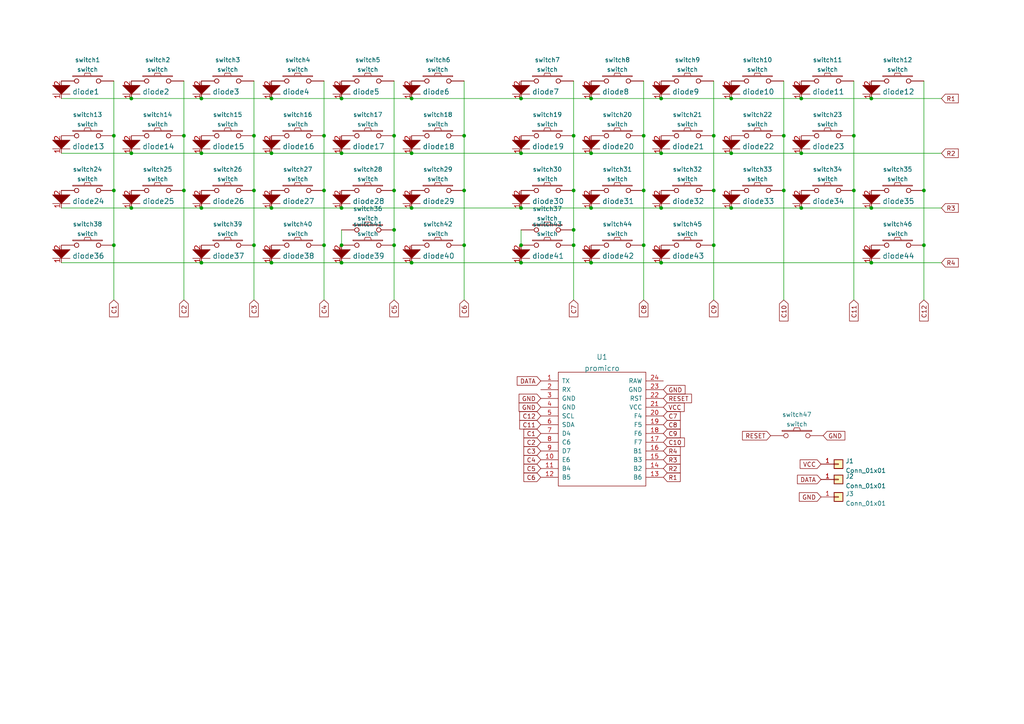
<source format=kicad_sch>
(kicad_sch (version 20211123) (generator eeschema)
  (paper "A4")
  (lib_symbols
    (symbol "Connector_Generic:Conn_01x01" (pin_names (offset 1.016) hide)
      (property "Reference" "J" (at 0 2.54 0))
      (property "Value" "Conn_01x01" (at 0 -2.54 0))
      (symbol "Conn_01x01_1_1"
        (rectangle (start -1.27 0.127) (end 0 -0.127) (stroke (width 0.1524)))
        (rectangle (start -1.27 1.27) (end 1.27 -1.27) (stroke (width 0.254)) (fill (type background)))
        (pin passive line (at -5.08 0 0) (length 3.81) (name "Pin_1") (number "1"))
      )
    )
    (symbol "rick-kicad-lib:diode" (pin_names (offset 1.016))
      (property "Reference" "diode" (at -3.81 -1.27 90))
      (symbol "diode_0_1"
        (polyline (pts (xy -2.54 0) (xy 2.54 0)))
        (polyline (pts (xy 0 0) (xy -2.54 -2.54) (xy 2.54 -2.54) (xy 0 0)) (fill (type outline)))
      )
      (symbol "diode_1_1"
        (pin passive line (at 0 1.27 270) (length 1.27) (name "~") (number "1"))
        (pin passive line (at 0 -3.81 90) (length 1.27) (name "~") (number "2"))
      )
    )
    (symbol "rick-kicad-lib:promicro" (pin_names (offset 1.016))
      (property "Reference" "U" (at 0 24.13 0))
      (property "Value" "promicro" (at 0 -13.97 0))
      (symbol "promicro_0_1"
        (rectangle (start -12.7 21.59) (end 12.7 -11.43))
      )
      (symbol "promicro_1_1"
        (pin bidirectional line (at -17.78 19.05 0) (length 5.08) (name "TX") (number "1"))
        (pin bidirectional line (at -17.78 -3.81 0) (length 5.08) (name "E6") (number "10"))
        (pin bidirectional line (at -17.78 -6.35 0) (length 5.08) (name "B4") (number "11"))
        (pin bidirectional line (at -17.78 -8.89 0) (length 5.08) (name "B5") (number "12"))
        (pin bidirectional line (at 17.78 -8.89 180) (length 5.08) (name "B6") (number "13"))
        (pin bidirectional line (at 17.78 -6.35 180) (length 5.08) (name "B2") (number "14"))
        (pin bidirectional line (at 17.78 -3.81 180) (length 5.08) (name "B3") (number "15"))
        (pin bidirectional line (at 17.78 -1.27 180) (length 5.08) (name "B1") (number "16"))
        (pin bidirectional line (at 17.78 1.27 180) (length 5.08) (name "F7") (number "17"))
        (pin bidirectional line (at 17.78 3.81 180) (length 5.08) (name "F6") (number "18"))
        (pin bidirectional line (at 17.78 6.35 180) (length 5.08) (name "F5") (number "19"))
        (pin bidirectional line (at -17.78 16.51 0) (length 5.08) (name "RX") (number "2"))
        (pin bidirectional line (at 17.78 8.89 180) (length 5.08) (name "F4") (number "20"))
        (pin power_in line (at 17.78 11.43 180) (length 5.08) (name "VCC") (number "21"))
        (pin input line (at 17.78 13.97 180) (length 5.08) (name "RST") (number "22"))
        (pin power_in line (at 17.78 16.51 180) (length 5.08) (name "GND") (number "23"))
        (pin power_out line (at 17.78 19.05 180) (length 5.08) (name "RAW") (number "24"))
        (pin power_in line (at -17.78 13.97 0) (length 5.08) (name "GND") (number "3"))
        (pin power_in line (at -17.78 11.43 0) (length 5.08) (name "GND") (number "4"))
        (pin bidirectional line (at -17.78 8.89 0) (length 5.08) (name "SCL") (number "5"))
        (pin bidirectional line (at -17.78 6.35 0) (length 5.08) (name "SDA") (number "6"))
        (pin bidirectional line (at -17.78 3.81 0) (length 5.08) (name "D4") (number "7"))
        (pin bidirectional line (at -17.78 1.27 0) (length 5.08) (name "C6") (number "8"))
        (pin bidirectional line (at -17.78 -1.27 0) (length 5.08) (name "D7") (number "9"))
      )
    )
    (symbol "rick-kicad-lib:switch" (pin_numbers hide) (pin_names (offset 1.016) hide)
      (property "Reference" "switch" (at 3.81 2.794 0))
      (property "Value" "switch" (at 0 -2.032 0))
      (symbol "switch_0_1"
        (rectangle (start -4.318 1.27) (end 4.318 1.524))
        (polyline (pts (xy -1.016 1.524) (xy -0.762 2.286) (xy 0.762 2.286) (xy 1.016 1.524)))
        (pin passive inverted (at -7.62 0 0) (length 5.08) (name "1") (number "1"))
        (pin passive inverted (at 7.62 0 180) (length 5.08) (name "2") (number "2"))
      )
    )
  )
  (junction (at 93.98 55.245))
  (junction (at 78.74 28.575))
  (junction (at 247.65 55.245))
  (junction (at 73.66 55.245))
  (junction (at 232.41 44.45))
  (junction (at 171.45 28.575))
  (junction (at 58.42 60.325))
  (junction (at 166.37 39.37))
  (junction (at 38.1 60.325))
  (junction (at 151.13 76.2))
  (junction (at 114.3 55.245))
  (junction (at 73.66 39.37))
  (junction (at 33.02 55.245))
  (junction (at 119.38 28.575))
  (junction (at 252.73 28.575))
  (junction (at 134.62 55.245))
  (junction (at 207.01 55.245))
  (junction (at 232.41 28.575))
  (junction (at 191.77 60.325))
  (junction (at 166.37 55.245))
  (junction (at 186.69 71.12))
  (junction (at 99.06 71.12))
  (junction (at 171.45 76.2))
  (junction (at 227.33 39.37))
  (junction (at 151.13 44.45))
  (junction (at 212.09 60.325))
  (junction (at 232.41 60.325))
  (junction (at 99.06 60.325))
  (junction (at 53.34 55.245))
  (junction (at 73.66 71.12))
  (junction (at 166.37 66.675))
  (junction (at 247.65 39.37))
  (junction (at 134.62 71.12))
  (junction (at 134.62 39.37))
  (junction (at 58.42 76.2))
  (junction (at 151.13 28.575))
  (junction (at 119.38 76.2))
  (junction (at 166.37 71.12))
  (junction (at 78.74 76.2))
  (junction (at 99.06 76.2))
  (junction (at 78.74 60.325))
  (junction (at 33.02 71.12))
  (junction (at 171.45 44.45))
  (junction (at 58.42 28.575))
  (junction (at 252.73 76.2))
  (junction (at 191.77 28.575))
  (junction (at 267.97 71.12))
  (junction (at 212.09 44.45))
  (junction (at 33.02 39.37))
  (junction (at 267.97 55.245))
  (junction (at 99.06 28.575))
  (junction (at 186.69 55.245))
  (junction (at 171.45 60.325))
  (junction (at 207.01 39.37))
  (junction (at 186.69 39.37))
  (junction (at 99.06 44.45))
  (junction (at 38.1 28.575))
  (junction (at 114.3 66.675))
  (junction (at 252.73 60.325))
  (junction (at 227.33 55.245))
  (junction (at 38.1 44.45))
  (junction (at 207.01 71.12))
  (junction (at 191.77 76.2))
  (junction (at 58.42 44.45))
  (junction (at 191.77 44.45))
  (junction (at 151.13 71.12))
  (junction (at 53.34 39.37))
  (junction (at 119.38 44.45))
  (junction (at 212.09 28.575))
  (junction (at 114.3 71.12))
  (junction (at 93.98 39.37))
  (junction (at 151.13 60.325))
  (junction (at 114.3 39.37))
  (junction (at 78.74 44.45))
  (junction (at 93.98 71.12))
  (junction (at 119.38 60.325))
  (wire (pts (xy 17.78 76.2) (xy 58.42 76.2)))
  (wire (pts (xy 166.37 71.12) (xy 166.37 86.995)))
  (wire (pts (xy 212.09 28.575) (xy 232.41 28.575)))
  (wire (pts (xy 267.97 23.495) (xy 267.97 55.245)))
  (wire (pts (xy 33.02 23.495) (xy 33.02 39.37)))
  (wire (pts (xy 247.65 55.245) (xy 247.65 86.995)))
  (wire (pts (xy 53.34 39.37) (xy 53.34 55.245)))
  (wire (pts (xy 119.38 44.45) (xy 151.13 44.45)))
  (wire (pts (xy 207.01 23.495) (xy 207.01 39.37)))
  (wire (pts (xy 134.62 71.12) (xy 134.62 86.995)))
  (wire (pts (xy 78.74 76.2) (xy 99.06 76.2)))
  (wire (pts (xy 58.42 60.325) (xy 78.74 60.325)))
  (wire (pts (xy 166.37 23.495) (xy 166.37 39.37)))
  (wire (pts (xy 73.66 71.12) (xy 73.66 86.995)))
  (wire (pts (xy 207.01 55.245) (xy 207.01 71.12)))
  (wire (pts (xy 207.01 71.12) (xy 207.01 86.995)))
  (wire (pts (xy 252.73 60.325) (xy 273.05 60.325)))
  (wire (pts (xy 267.97 55.245) (xy 267.97 71.12)))
  (wire (pts (xy 186.69 55.245) (xy 186.69 71.12)))
  (wire (pts (xy 134.62 23.495) (xy 134.62 39.37)))
  (wire (pts (xy 114.3 71.12) (xy 114.3 86.995)))
  (wire (pts (xy 73.66 39.37) (xy 73.66 55.245)))
  (wire (pts (xy 171.45 60.325) (xy 191.77 60.325)))
  (wire (pts (xy 38.1 44.45) (xy 58.42 44.45)))
  (wire (pts (xy 17.78 28.575) (xy 38.1 28.575)))
  (wire (pts (xy 191.77 28.575) (xy 212.09 28.575)))
  (wire (pts (xy 73.66 23.495) (xy 73.66 39.37)))
  (wire (pts (xy 93.98 71.12) (xy 93.98 86.995)))
  (wire (pts (xy 17.78 60.325) (xy 38.1 60.325)))
  (wire (pts (xy 212.09 60.325) (xy 232.41 60.325)))
  (wire (pts (xy 166.37 55.245) (xy 166.37 66.675)))
  (wire (pts (xy 99.06 44.45) (xy 119.38 44.45)))
  (wire (pts (xy 191.77 44.45) (xy 212.09 44.45)))
  (wire (pts (xy 227.33 39.37) (xy 227.33 55.245)))
  (wire (pts (xy 99.06 66.675) (xy 99.06 71.12)))
  (wire (pts (xy 247.65 23.495) (xy 247.65 39.37)))
  (wire (pts (xy 151.13 44.45) (xy 171.45 44.45)))
  (wire (pts (xy 93.98 55.245) (xy 93.98 71.12)))
  (wire (pts (xy 33.02 71.12) (xy 33.02 86.995)))
  (wire (pts (xy 134.62 55.245) (xy 134.62 71.12)))
  (wire (pts (xy 99.06 60.325) (xy 119.38 60.325)))
  (wire (pts (xy 58.42 76.2) (xy 78.74 76.2)))
  (wire (pts (xy 58.42 44.45) (xy 78.74 44.45)))
  (wire (pts (xy 119.38 60.325) (xy 151.13 60.325)))
  (wire (pts (xy 232.41 60.325) (xy 252.73 60.325)))
  (wire (pts (xy 78.74 60.325) (xy 99.06 60.325)))
  (wire (pts (xy 78.74 28.575) (xy 99.06 28.575)))
  (wire (pts (xy 99.06 76.2) (xy 119.38 76.2)))
  (wire (pts (xy 212.09 44.45) (xy 232.41 44.45)))
  (wire (pts (xy 58.42 28.575) (xy 78.74 28.575)))
  (wire (pts (xy 191.77 60.325) (xy 212.09 60.325)))
  (wire (pts (xy 99.06 28.575) (xy 119.38 28.575)))
  (wire (pts (xy 186.69 71.12) (xy 186.69 86.995)))
  (wire (pts (xy 252.73 28.575) (xy 273.05 28.575)))
  (wire (pts (xy 151.13 60.325) (xy 171.45 60.325)))
  (wire (pts (xy 171.45 28.575) (xy 191.77 28.575)))
  (wire (pts (xy 33.02 55.245) (xy 33.02 71.12)))
  (wire (pts (xy 33.02 39.37) (xy 33.02 55.245)))
  (wire (pts (xy 232.41 44.45) (xy 273.05 44.45)))
  (wire (pts (xy 73.66 55.245) (xy 73.66 71.12)))
  (wire (pts (xy 151.13 66.675) (xy 151.13 71.12)))
  (wire (pts (xy 171.45 76.2) (xy 191.77 76.2)))
  (wire (pts (xy 114.3 23.495) (xy 114.3 39.37)))
  (wire (pts (xy 166.37 66.675) (xy 166.37 71.12)))
  (wire (pts (xy 17.78 44.45) (xy 38.1 44.45)))
  (wire (pts (xy 114.3 66.675) (xy 114.3 71.12)))
  (wire (pts (xy 151.13 76.2) (xy 171.45 76.2)))
  (wire (pts (xy 119.38 28.575) (xy 151.13 28.575)))
  (wire (pts (xy 119.38 76.2) (xy 151.13 76.2)))
  (wire (pts (xy 151.13 28.575) (xy 171.45 28.575)))
  (wire (pts (xy 78.74 44.45) (xy 99.06 44.45)))
  (wire (pts (xy 114.3 55.245) (xy 114.3 66.675)))
  (wire (pts (xy 186.69 39.37) (xy 186.69 55.245)))
  (wire (pts (xy 191.77 76.2) (xy 252.73 76.2)))
  (wire (pts (xy 252.73 76.2) (xy 273.05 76.2)))
  (wire (pts (xy 38.1 60.325) (xy 58.42 60.325)))
  (wire (pts (xy 267.97 71.12) (xy 267.97 86.995)))
  (wire (pts (xy 166.37 39.37) (xy 166.37 55.245)))
  (wire (pts (xy 114.3 39.37) (xy 114.3 55.245)))
  (wire (pts (xy 232.41 28.575) (xy 252.73 28.575)))
  (wire (pts (xy 186.69 23.495) (xy 186.69 39.37)))
  (wire (pts (xy 93.98 39.37) (xy 93.98 55.245)))
  (wire (pts (xy 53.34 23.495) (xy 53.34 39.37)))
  (wire (pts (xy 227.33 23.495) (xy 227.33 39.37)))
  (wire (pts (xy 227.33 55.245) (xy 227.33 86.995)))
  (wire (pts (xy 38.1 28.575) (xy 58.42 28.575)))
  (wire (pts (xy 207.01 39.37) (xy 207.01 55.245)))
  (wire (pts (xy 171.45 44.45) (xy 191.77 44.45)))
  (wire (pts (xy 134.62 39.37) (xy 134.62 55.245)))
  (wire (pts (xy 93.98 23.495) (xy 93.98 39.37)))
  (wire (pts (xy 247.65 39.37) (xy 247.65 55.245)))
  (wire (pts (xy 53.34 55.245) (xy 53.34 86.995)))
  (global_label "R4" (shape input) (at 273.05 76.2 0) (property "Intersheet References" "${INTERSHEET_REFS}" (effects hide)))
  (global_label "R1" (shape input) (at 273.05 28.575 0) (property "Intersheet References" "${INTERSHEET_REFS}" (effects hide)))
  (global_label "GND" (shape input) (at 238.125 144.145 180) (property "Intersheet References" "${INTERSHEET_REFS}" (effects hide)))
  (global_label "DATA" (shape input) (at 156.845 110.49 180) (property "Intersheet References" "${INTERSHEET_REFS}" (effects hide)))
  (global_label "R2" (shape input) (at 273.05 44.45 0) (property "Intersheet References" "${INTERSHEET_REFS}" (effects hide)))
  (global_label "R2" (shape input) (at 192.405 135.89 0) (property "Intersheet References" "${INTERSHEET_REFS}" (effects hide)))
  (global_label "C8" (shape input) (at 192.405 123.19 0) (property "Intersheet References" "${INTERSHEET_REFS}" (effects hide)))
  (global_label "RESET" (shape input) (at 223.52 126.365 180) (property "Intersheet References" "${INTERSHEET_REFS}" (effects hide)))
  (global_label "C2" (shape input) (at 156.845 128.27 180) (property "Intersheet References" "${INTERSHEET_REFS}" (effects hide)))
  (global_label "C8" (shape input) (at 186.69 86.995 270) (property "Intersheet References" "${INTERSHEET_REFS}" (effects hide)))
  (global_label "C3" (shape input) (at 73.66 86.995 270) (property "Intersheet References" "${INTERSHEET_REFS}" (effects hide)))
  (global_label "C10" (shape input) (at 192.405 128.27 0) (property "Intersheet References" "${INTERSHEET_REFS}" (effects hide)))
  (global_label "GND" (shape input) (at 156.845 118.11 180) (property "Intersheet References" "${INTERSHEET_REFS}" (effects hide)))
  (global_label "C9" (shape input) (at 207.01 86.995 270) (property "Intersheet References" "${INTERSHEET_REFS}" (effects hide)))
  (global_label "RESET" (shape input) (at 192.405 115.57 0) (property "Intersheet References" "${INTERSHEET_REFS}" (effects hide)))
  (global_label "C12" (shape input) (at 156.845 120.65 180) (property "Intersheet References" "${INTERSHEET_REFS}" (effects hide)))
  (global_label "C1" (shape input) (at 33.02 86.995 270) (property "Intersheet References" "${INTERSHEET_REFS}" (effects hide)))
  (global_label "GND" (shape input) (at 238.76 126.365 0) (property "Intersheet References" "${INTERSHEET_REFS}" (effects hide)))
  (global_label "R3" (shape input) (at 192.405 133.35 0) (property "Intersheet References" "${INTERSHEET_REFS}" (effects hide)))
  (global_label "R1" (shape input) (at 192.405 138.43 0) (property "Intersheet References" "${INTERSHEET_REFS}" (effects hide)))
  (global_label "VCC" (shape input) (at 192.405 118.11 0) (property "Intersheet References" "${INTERSHEET_REFS}" (effects hide)))
  (global_label "C4" (shape input) (at 156.845 133.35 180) (property "Intersheet References" "${INTERSHEET_REFS}" (effects hide)))
  (global_label "C6" (shape input) (at 156.845 138.43 180) (property "Intersheet References" "${INTERSHEET_REFS}" (effects hide)))
  (global_label "C6" (shape input) (at 134.62 86.995 270) (property "Intersheet References" "${INTERSHEET_REFS}" (effects hide)))
  (global_label "DATA" (shape input) (at 238.125 139.065 180) (property "Intersheet References" "${INTERSHEET_REFS}" (effects hide)))
  (global_label "C2" (shape input) (at 53.34 86.995 270) (property "Intersheet References" "${INTERSHEET_REFS}" (effects hide)))
  (global_label "C5" (shape input) (at 156.845 135.89 180) (property "Intersheet References" "${INTERSHEET_REFS}" (effects hide)))
  (global_label "C11" (shape input) (at 156.845 123.19 180) (property "Intersheet References" "${INTERSHEET_REFS}" (effects hide)))
  (global_label "C12" (shape input) (at 267.97 86.995 270) (property "Intersheet References" "${INTERSHEET_REFS}" (effects hide)))
  (global_label "C5" (shape input) (at 114.3 86.995 270) (property "Intersheet References" "${INTERSHEET_REFS}" (effects hide)))
  (global_label "C11" (shape input) (at 247.65 86.995 270) (property "Intersheet References" "${INTERSHEET_REFS}" (effects hide)))
  (global_label "C3" (shape input) (at 156.845 130.81 180) (property "Intersheet References" "${INTERSHEET_REFS}" (effects hide)))
  (global_label "C1" (shape input) (at 156.845 125.73 180) (property "Intersheet References" "${INTERSHEET_REFS}" (effects hide)))
  (global_label "VCC" (shape input) (at 238.125 134.62 180) (property "Intersheet References" "${INTERSHEET_REFS}" (effects hide)))
  (global_label "R3" (shape input) (at 273.05 60.325 0) (property "Intersheet References" "${INTERSHEET_REFS}" (effects hide)))
  (global_label "C7" (shape input) (at 192.405 120.65 0) (property "Intersheet References" "${INTERSHEET_REFS}" (effects hide)))
  (global_label "C4" (shape input) (at 93.98 86.995 270) (property "Intersheet References" "${INTERSHEET_REFS}" (effects hide)))
  (global_label "GND" (shape input) (at 192.405 113.03 0) (property "Intersheet References" "${INTERSHEET_REFS}" (effects hide)))
  (global_label "C10" (shape input) (at 227.33 86.995 270) (property "Intersheet References" "${INTERSHEET_REFS}" (effects hide)))
  (global_label "GND" (shape input) (at 156.845 115.57 180) (property "Intersheet References" "${INTERSHEET_REFS}" (effects hide)))
  (global_label "R4" (shape input) (at 192.405 130.81 0) (property "Intersheet References" "${INTERSHEET_REFS}" (effects hide)))
  (global_label "C7" (shape input) (at 166.37 86.995 270) (property "Intersheet References" "${INTERSHEET_REFS}" (effects hide)))
  (global_label "C9" (shape input) (at 192.405 125.73 0) (property "Intersheet References" "${INTERSHEET_REFS}" (effects hide)))
  (symbol (lib_id "rick-kicad-lib:switch") (at 219.71 55.245 0) (unit 1)
    (property "Reference" "switch33" (at 219.71 49.1195 0))
    (property "Value" "switch" (at 219.71 51.8946 0))
    (property "Footprint" "footprints:100-socket-solder" (effects hide))
  )
  (symbol (lib_id "rick-kicad-lib:diode") (at 119.38 74.93 180) (unit 1)
    (property "Reference" "diode40" (at 122.555 74.2348 0) (effects (font (size 1.524 1.524)) (justify right)))
    (property "Value" "diode" (effects hide))
    (property "Footprint" "footprints:diode-sod-123" (effects hide))
  )
  (symbol (lib_id "rick-kicad-lib:diode") (at 58.42 27.305 180) (unit 1)
    (property "Reference" "diode3" (at 61.595 26.6098 0) (effects (font (size 1.524 1.524)) (justify right)))
    (property "Value" "diode" (effects hide))
    (property "Footprint" "footprints:diode-sod-123" (effects hide))
  )
  (symbol (lib_id "rick-kicad-lib:promicro") (at 174.625 129.54 0) (unit 1)
    (property "Reference" "U1" (at 174.625 103.5461 0) (effects (font (size 1.524 1.524))))
    (property "Value" "promicro" (at 174.625 106.8251 0) (effects (font (size 1.524 1.524))))
    (property "Footprint" "footprints:promicro-flip" (effects hide))
  )
  (symbol (lib_id "rick-kicad-lib:diode") (at 212.09 43.18 180) (unit 1)
    (property "Reference" "diode22" (at 215.265 42.4848 0) (effects (font (size 1.524 1.524)) (justify right)))
    (property "Value" "diode" (effects hide))
    (property "Footprint" "footprints:diode-sod-123" (effects hide))
  )
  (symbol (lib_id "rick-kicad-lib:switch") (at 25.4 55.245 0) (unit 1)
    (property "Reference" "switch24" (at 25.4 49.1195 0))
    (property "Value" "switch" (at 25.4 51.8946 0))
    (property "Footprint" "footprints:175-socket-solder" (effects hide))
  )
  (symbol (lib_id "rick-kicad-lib:switch") (at 219.71 39.37 0) (unit 1)
    (property "Reference" "switch22" (at 219.71 33.2445 0))
    (property "Value" "switch" (at 219.71 36.0196 0))
    (property "Footprint" "footprints:100-socket-solder" (effects hide))
  )
  (symbol (lib_id "rick-kicad-lib:switch") (at 45.72 39.37 0) (unit 1)
    (property "Reference" "switch14" (at 45.72 33.2445 0))
    (property "Value" "switch" (at 45.72 36.0196 0))
    (property "Footprint" "footprints:100-socket-solder" (effects hide))
  )
  (symbol (lib_id "rick-kicad-lib:switch") (at 199.39 55.245 0) (unit 1)
    (property "Reference" "switch32" (at 199.39 49.1195 0))
    (property "Value" "switch" (at 199.39 51.8946 0))
    (property "Footprint" "footprints:100-socket-solder" (effects hide))
  )
  (symbol (lib_id "rick-kicad-lib:switch") (at 199.39 23.495 0) (unit 1)
    (property "Reference" "switch9" (at 199.39 17.3695 0))
    (property "Value" "switch" (at 199.39 20.1446 0))
    (property "Footprint" "footprints:100-socket-solder" (effects hide))
  )
  (symbol (lib_id "rick-kicad-lib:switch") (at 158.75 71.12 0) (unit 1)
    (property "Reference" "switch43" (at 158.75 64.9945 0))
    (property "Value" "switch" (at 158.75 67.7696 0))
    (property "Footprint" "footprints:150-socket-solder" (effects hide))
  )
  (symbol (lib_id "rick-kicad-lib:switch") (at 158.75 23.495 0) (unit 1)
    (property "Reference" "switch7" (at 158.75 17.3695 0))
    (property "Value" "switch" (at 158.75 20.1446 0))
    (property "Footprint" "footprints:100-socket-solder" (effects hide))
  )
  (symbol (lib_id "rick-kicad-lib:diode") (at 252.73 74.93 180) (unit 1)
    (property "Reference" "diode44" (at 255.905 74.2348 0) (effects (font (size 1.524 1.524)) (justify right)))
    (property "Value" "diode" (effects hide))
    (property "Footprint" "footprints:diode-sod-123" (effects hide))
  )
  (symbol (lib_id "rick-kicad-lib:diode") (at 151.13 27.305 180) (unit 1)
    (property "Reference" "diode7" (at 154.305 26.6098 0) (effects (font (size 1.524 1.524)) (justify right)))
    (property "Value" "diode" (effects hide))
    (property "Footprint" "footprints:diode-sod-123" (effects hide))
  )
  (symbol (lib_id "rick-kicad-lib:diode") (at 119.38 43.18 180) (unit 1)
    (property "Reference" "diode18" (at 122.555 42.4848 0) (effects (font (size 1.524 1.524)) (justify right)))
    (property "Value" "diode" (effects hide))
    (property "Footprint" "footprints:diode-sod-123" (effects hide))
  )
  (symbol (lib_id "rick-kicad-lib:diode") (at 252.73 27.305 180) (unit 1)
    (property "Reference" "diode12" (at 255.905 26.6098 0) (effects (font (size 1.524 1.524)) (justify right)))
    (property "Value" "diode" (effects hide))
    (property "Footprint" "footprints:diode-sod-123" (effects hide))
  )
  (symbol (lib_id "rick-kicad-lib:switch") (at 179.07 23.495 0) (unit 1)
    (property "Reference" "switch8" (at 179.07 17.3695 0))
    (property "Value" "switch" (at 179.07 20.1446 0))
    (property "Footprint" "footprints:100-socket-solder" (effects hide))
  )
  (symbol (lib_id "rick-kicad-lib:diode") (at 99.06 74.93 180) (unit 1)
    (property "Reference" "diode39" (at 102.235 74.2348 0) (effects (font (size 1.524 1.524)) (justify right)))
    (property "Value" "diode" (effects hide))
    (property "Footprint" "footprints:diode-sod-123" (effects hide))
  )
  (symbol (lib_id "rick-kicad-lib:switch") (at 106.68 71.12 0) (unit 1)
    (property "Reference" "switch41" (at 106.68 64.9945 0))
    (property "Value" "switch" (at 106.68 67.7696 0))
    (property "Footprint" "footprints:100-socket-solder" (effects hide))
  )
  (symbol (lib_id "rick-kicad-lib:switch") (at 106.68 39.37 0) (unit 1)
    (property "Reference" "switch17" (at 106.68 33.2445 0))
    (property "Value" "switch" (at 106.68 36.0196 0))
    (property "Footprint" "footprints:100-socket-solder" (effects hide))
  )
  (symbol (lib_id "rick-kicad-lib:diode") (at 232.41 43.18 180) (unit 1)
    (property "Reference" "diode23" (at 235.585 42.4848 0) (effects (font (size 1.524 1.524)) (justify right)))
    (property "Value" "diode" (effects hide))
    (property "Footprint" "footprints:diode-sod-123" (effects hide))
  )
  (symbol (lib_id "rick-kicad-lib:switch") (at 25.4 23.495 0) (unit 1)
    (property "Reference" "switch1" (at 25.4 17.3695 0))
    (property "Value" "switch" (at 25.4 20.1446 0))
    (property "Footprint" "footprints:100-socket-solder" (effects hide))
  )
  (symbol (lib_id "rick-kicad-lib:switch") (at 25.4 71.12 0) (unit 1)
    (property "Reference" "switch38" (at 25.4 64.9945 0))
    (property "Value" "switch" (at 25.4 67.7696 0))
    (property "Footprint" "footprints:150-socket-solder" (effects hide))
  )
  (symbol (lib_id "rick-kicad-lib:diode") (at 212.09 27.305 180) (unit 1)
    (property "Reference" "diode10" (at 215.265 26.6098 0) (effects (font (size 1.524 1.524)) (justify right)))
    (property "Value" "diode" (effects hide))
    (property "Footprint" "footprints:diode-sod-123" (effects hide))
  )
  (symbol (lib_id "rick-kicad-lib:switch") (at 86.36 55.245 0) (unit 1)
    (property "Reference" "switch27" (at 86.36 49.1195 0))
    (property "Value" "switch" (at 86.36 51.8946 0))
    (property "Footprint" "footprints:100-socket-solder" (effects hide))
  )
  (symbol (lib_id "rick-kicad-lib:switch") (at 127 55.245 0) (unit 1)
    (property "Reference" "switch29" (at 127 49.1195 0))
    (property "Value" "switch" (at 127 51.8946 0))
    (property "Footprint" "footprints:100-socket-solder" (effects hide))
  )
  (symbol (lib_id "Connector_Generic:Conn_01x01") (at 243.205 134.62 0) (unit 1)
    (property "Reference" "J1" (at 245.237 133.7115 0) (effects (justify left)))
    (property "Value" "Conn_01x01" (at 245.237 136.4866 0) (effects (justify left)))
    (property "Footprint" "footprints:wirepad" (effects hide))
  )
  (symbol (lib_id "rick-kicad-lib:switch") (at 179.07 71.12 0) (unit 1)
    (property "Reference" "switch44" (at 179.07 64.9945 0))
    (property "Value" "switch" (at 179.07 67.7696 0))
    (property "Footprint" "footprints:125-socket-solder" (effects hide))
  )
  (symbol (lib_id "rick-kicad-lib:switch") (at 66.04 55.245 0) (unit 1)
    (property "Reference" "switch26" (at 66.04 49.1195 0))
    (property "Value" "switch" (at 66.04 51.8946 0))
    (property "Footprint" "footprints:100-socket-solder" (effects hide))
  )
  (symbol (lib_id "rick-kicad-lib:switch") (at 66.04 71.12 0) (unit 1)
    (property "Reference" "switch39" (at 66.04 64.9945 0))
    (property "Value" "switch" (at 66.04 67.7696 0))
    (property "Footprint" "footprints:100-socket-solder" (effects hide))
  )
  (symbol (lib_id "rick-kicad-lib:diode") (at 171.45 59.055 180) (unit 1)
    (property "Reference" "diode31" (at 174.625 58.3598 0) (effects (font (size 1.524 1.524)) (justify right)))
    (property "Value" "diode" (effects hide))
    (property "Footprint" "footprints:diode-sod-123" (effects hide))
  )
  (symbol (lib_id "rick-kicad-lib:switch") (at 179.07 55.245 0) (unit 1)
    (property "Reference" "switch31" (at 179.07 49.1195 0))
    (property "Value" "switch" (at 179.07 51.8946 0))
    (property "Footprint" "footprints:100-socket-solder" (effects hide))
  )
  (symbol (lib_id "rick-kicad-lib:diode") (at 17.78 59.055 180) (unit 1)
    (property "Reference" "diode24" (at 20.955 58.3598 0) (effects (font (size 1.524 1.524)) (justify right)))
    (property "Value" "diode" (effects hide))
    (property "Footprint" "footprints:diode-sod-123" (effects hide))
  )
  (symbol (lib_id "rick-kicad-lib:diode") (at 171.45 27.305 180) (unit 1)
    (property "Reference" "diode8" (at 174.625 26.6098 0) (effects (font (size 1.524 1.524)) (justify right)))
    (property "Value" "diode" (effects hide))
    (property "Footprint" "footprints:diode-sod-123" (effects hide))
  )
  (symbol (lib_id "rick-kicad-lib:switch") (at 179.07 39.37 0) (unit 1)
    (property "Reference" "switch20" (at 179.07 33.2445 0))
    (property "Value" "switch" (at 179.07 36.0196 0))
    (property "Footprint" "footprints:100-socket-solder" (effects hide))
  )
  (symbol (lib_id "rick-kicad-lib:diode") (at 99.06 27.305 180) (unit 1)
    (property "Reference" "diode5" (at 102.235 26.6098 0) (effects (font (size 1.524 1.524)) (justify right)))
    (property "Value" "diode" (effects hide))
    (property "Footprint" "footprints:diode-sod-123" (effects hide))
  )
  (symbol (lib_id "rick-kicad-lib:switch") (at 260.35 71.12 0) (unit 1)
    (property "Reference" "switch46" (at 260.35 64.9945 0))
    (property "Value" "switch" (at 260.35 67.7696 0))
    (property "Footprint" "footprints:150-socket-solder" (effects hide))
  )
  (symbol (lib_id "rick-kicad-lib:switch") (at 106.68 55.245 0) (unit 1)
    (property "Reference" "switch28" (at 106.68 49.1195 0))
    (property "Value" "switch" (at 106.68 51.8946 0))
    (property "Footprint" "footprints:100-socket-solder" (effects hide))
  )
  (symbol (lib_id "rick-kicad-lib:diode") (at 78.74 74.93 180) (unit 1)
    (property "Reference" "diode38" (at 81.915 74.2348 0) (effects (font (size 1.524 1.524)) (justify right)))
    (property "Value" "diode" (effects hide))
    (property "Footprint" "footprints:diode-sod-123" (effects hide))
  )
  (symbol (lib_id "rick-kicad-lib:diode") (at 17.78 74.93 180) (unit 1)
    (property "Reference" "diode36" (at 20.955 74.2348 0) (effects (font (size 1.524 1.524)) (justify right)))
    (property "Value" "diode" (effects hide))
    (property "Footprint" "footprints:diode-sod-123" (effects hide))
  )
  (symbol (lib_id "rick-kicad-lib:switch") (at 219.71 23.495 0) (unit 1)
    (property "Reference" "switch10" (at 219.71 17.3695 0))
    (property "Value" "switch" (at 219.71 20.1446 0))
    (property "Footprint" "footprints:100-socket-solder" (effects hide))
  )
  (symbol (lib_id "rick-kicad-lib:switch") (at 240.03 55.245 0) (unit 1)
    (property "Reference" "switch34" (at 240.03 49.1195 0))
    (property "Value" "switch" (at 240.03 51.8946 0))
    (property "Footprint" "footprints:100-socket-solder" (effects hide))
  )
  (symbol (lib_id "rick-kicad-lib:diode") (at 232.41 27.305 180) (unit 1)
    (property "Reference" "diode11" (at 235.585 26.6098 0) (effects (font (size 1.524 1.524)) (justify right)))
    (property "Value" "diode" (effects hide))
    (property "Footprint" "footprints:diode-sod-123" (effects hide))
  )
  (symbol (lib_id "rick-kicad-lib:switch") (at 106.68 23.495 0) (unit 1)
    (property "Reference" "switch5" (at 106.68 17.3695 0))
    (property "Value" "switch" (at 106.68 20.1446 0))
    (property "Footprint" "footprints:100-socket-solder" (effects hide))
  )
  (symbol (lib_id "rick-kicad-lib:diode") (at 191.77 74.93 180) (unit 1)
    (property "Reference" "diode43" (at 194.945 74.2348 0) (effects (font (size 1.524 1.524)) (justify right)))
    (property "Value" "diode" (effects hide))
    (property "Footprint" "footprints:diode-sod-123" (effects hide))
  )
  (symbol (lib_id "rick-kicad-lib:diode") (at 191.77 43.18 180) (unit 1)
    (property "Reference" "diode21" (at 194.945 42.4848 0) (effects (font (size 1.524 1.524)) (justify right)))
    (property "Value" "diode" (effects hide))
    (property "Footprint" "footprints:diode-sod-123" (effects hide))
  )
  (symbol (lib_id "rick-kicad-lib:switch") (at 127 23.495 0) (unit 1)
    (property "Reference" "switch6" (at 127 17.3695 0))
    (property "Value" "switch" (at 127 20.1446 0))
    (property "Footprint" "footprints:100-socket-solder" (effects hide))
  )
  (symbol (lib_id "rick-kicad-lib:switch") (at 86.36 71.12 0) (unit 1)
    (property "Reference" "switch40" (at 86.36 64.9945 0))
    (property "Value" "switch" (at 86.36 67.7696 0))
    (property "Footprint" "footprints:100-socket-solder" (effects hide))
  )
  (symbol (lib_id "rick-kicad-lib:switch") (at 127 71.12 0) (unit 1)
    (property "Reference" "switch42" (at 127 64.9945 0))
    (property "Value" "switch" (at 127 67.7696 0))
    (property "Footprint" "footprints:100-socket-solder" (effects hide))
  )
  (symbol (lib_id "rick-kicad-lib:diode") (at 212.09 59.055 180) (unit 1)
    (property "Reference" "diode33" (at 215.265 58.3598 0) (effects (font (size 1.524 1.524)) (justify right)))
    (property "Value" "diode" (effects hide))
    (property "Footprint" "footprints:diode-sod-123" (effects hide))
  )
  (symbol (lib_id "rick-kicad-lib:switch") (at 66.04 39.37 0) (unit 1)
    (property "Reference" "switch15" (at 66.04 33.2445 0))
    (property "Value" "switch" (at 66.04 36.0196 0))
    (property "Footprint" "footprints:100-socket-solder" (effects hide))
  )
  (symbol (lib_id "rick-kicad-lib:switch") (at 260.35 55.245 0) (unit 1)
    (property "Reference" "switch35" (at 260.35 49.1195 0))
    (property "Value" "switch" (at 260.35 51.8946 0))
    (property "Footprint" "footprints:125-socket-solder" (effects hide))
  )
  (symbol (lib_id "rick-kicad-lib:switch") (at 127 39.37 0) (unit 1)
    (property "Reference" "switch18" (at 127 33.2445 0))
    (property "Value" "switch" (at 127 36.0196 0))
    (property "Footprint" "footprints:100-socket-solder" (effects hide))
  )
  (symbol (lib_id "rick-kicad-lib:diode") (at 232.41 59.055 180) (unit 1)
    (property "Reference" "diode34" (at 235.585 58.3598 0) (effects (font (size 1.524 1.524)) (justify right)))
    (property "Value" "diode" (effects hide))
    (property "Footprint" "footprints:diode-sod-123" (effects hide))
  )
  (symbol (lib_id "rick-kicad-lib:switch") (at 106.68 66.675 0) (unit 1)
    (property "Reference" "switch36" (at 106.68 60.5495 0))
    (property "Value" "switch" (at 106.68 63.3246 0))
    (property "Footprint" "footprints:200-socket-solder" (effects hide))
  )
  (symbol (lib_id "rick-kicad-lib:switch") (at 199.39 71.12 0) (unit 1)
    (property "Reference" "switch45" (at 199.39 64.9945 0))
    (property "Value" "switch" (at 199.39 67.7696 0))
    (property "Footprint" "footprints:100-socket-solder" (effects hide))
  )
  (symbol (lib_id "rick-kicad-lib:diode") (at 38.1 27.305 180) (unit 1)
    (property "Reference" "diode2" (at 41.275 26.6098 0) (effects (font (size 1.524 1.524)) (justify right)))
    (property "Value" "diode" (effects hide))
    (property "Footprint" "footprints:diode-sod-123" (effects hide))
  )
  (symbol (lib_id "rick-kicad-lib:diode") (at 58.42 59.055 180) (unit 1)
    (property "Reference" "diode26" (at 61.595 58.3598 0) (effects (font (size 1.524 1.524)) (justify right)))
    (property "Value" "diode" (effects hide))
    (property "Footprint" "footprints:diode-sod-123" (effects hide))
  )
  (symbol (lib_id "rick-kicad-lib:diode") (at 151.13 74.93 180) (unit 1)
    (property "Reference" "diode41" (at 154.305 74.2348 0) (effects (font (size 1.524 1.524)) (justify right)))
    (property "Value" "diode" (effects hide))
    (property "Footprint" "footprints:diode-sod-123" (effects hide))
  )
  (symbol (lib_id "rick-kicad-lib:diode") (at 78.74 59.055 180) (unit 1)
    (property "Reference" "diode27" (at 81.915 58.3598 0) (effects (font (size 1.524 1.524)) (justify right)))
    (property "Value" "diode" (effects hide))
    (property "Footprint" "footprints:diode-sod-123" (effects hide))
  )
  (symbol (lib_id "rick-kicad-lib:switch") (at 158.75 66.675 0) (unit 1)
    (property "Reference" "switch37" (at 158.75 60.5495 0))
    (property "Value" "switch" (at 158.75 63.3246 0))
    (property "Footprint" "footprints:275-socket-solder" (effects hide))
  )
  (symbol (lib_id "rick-kicad-lib:diode") (at 171.45 74.93 180) (unit 1)
    (property "Reference" "diode42" (at 174.625 74.2348 0) (effects (font (size 1.524 1.524)) (justify right)))
    (property "Value" "diode" (effects hide))
    (property "Footprint" "footprints:diode-sod-123" (effects hide))
  )
  (symbol (lib_id "Connector_Generic:Conn_01x01") (at 243.205 139.065 0) (unit 1)
    (property "Reference" "J2" (at 245.237 138.1565 0) (effects (justify left)))
    (property "Value" "Conn_01x01" (at 245.237 140.9316 0) (effects (justify left)))
    (property "Footprint" "footprints:wirepad" (effects hide))
  )
  (symbol (lib_id "rick-kicad-lib:diode") (at 151.13 43.18 180) (unit 1)
    (property "Reference" "diode19" (at 154.305 42.4848 0) (effects (font (size 1.524 1.524)) (justify right)))
    (property "Value" "diode" (effects hide))
    (property "Footprint" "footprints:diode-sod-123" (effects hide))
  )
  (symbol (lib_id "rick-kicad-lib:diode") (at 78.74 43.18 180) (unit 1)
    (property "Reference" "diode16" (at 81.915 42.4848 0) (effects (font (size 1.524 1.524)) (justify right)))
    (property "Value" "diode" (effects hide))
    (property "Footprint" "footprints:diode-sod-123" (effects hide))
  )
  (symbol (lib_id "rick-kicad-lib:switch") (at 240.03 39.37 0) (unit 1)
    (property "Reference" "switch23" (at 240.03 33.2445 0))
    (property "Value" "switch" (at 240.03 36.0196 0))
    (property "Footprint" "footprints:175-socket-solder" (effects hide))
  )
  (symbol (lib_id "rick-kicad-lib:switch") (at 66.04 23.495 0) (unit 1)
    (property "Reference" "switch3" (at 66.04 17.3695 0))
    (property "Value" "switch" (at 66.04 20.1446 0))
    (property "Footprint" "footprints:100-socket-solder" (effects hide))
  )
  (symbol (lib_id "rick-kicad-lib:diode") (at 171.45 43.18 180) (unit 1)
    (property "Reference" "diode20" (at 174.625 42.4848 0) (effects (font (size 1.524 1.524)) (justify right)))
    (property "Value" "diode" (effects hide))
    (property "Footprint" "footprints:diode-sod-123" (effects hide))
  )
  (symbol (lib_id "rick-kicad-lib:switch") (at 45.72 23.495 0) (unit 1)
    (property "Reference" "switch2" (at 45.72 17.3695 0))
    (property "Value" "switch" (at 45.72 20.1446 0))
    (property "Footprint" "footprints:100-socket-solder" (effects hide))
  )
  (symbol (lib_id "rick-kicad-lib:diode") (at 38.1 43.18 180) (unit 1)
    (property "Reference" "diode14" (at 41.275 42.4848 0) (effects (font (size 1.524 1.524)) (justify right)))
    (property "Value" "diode" (effects hide))
    (property "Footprint" "footprints:diode-sod-123" (effects hide))
  )
  (symbol (lib_id "rick-kicad-lib:switch") (at 86.36 23.495 0) (unit 1)
    (property "Reference" "switch4" (at 86.36 17.3695 0))
    (property "Value" "switch" (at 86.36 20.1446 0))
    (property "Footprint" "footprints:100-socket-solder" (effects hide))
  )
  (symbol (lib_id "rick-kicad-lib:switch") (at 86.36 39.37 0) (unit 1)
    (property "Reference" "switch16" (at 86.36 33.2445 0))
    (property "Value" "switch" (at 86.36 36.0196 0))
    (property "Footprint" "footprints:100-socket-solder" (effects hide))
  )
  (symbol (lib_id "rick-kicad-lib:switch") (at 158.75 55.245 0) (unit 1)
    (property "Reference" "switch30" (at 158.75 49.1195 0))
    (property "Value" "switch" (at 158.75 51.8946 0))
    (property "Footprint" "footprints:100-socket-solder" (effects hide))
  )
  (symbol (lib_id "rick-kicad-lib:diode") (at 58.42 43.18 180) (unit 1)
    (property "Reference" "diode15" (at 61.595 42.4848 0) (effects (font (size 1.524 1.524)) (justify right)))
    (property "Value" "diode" (effects hide))
    (property "Footprint" "footprints:diode-sod-123" (effects hide))
  )
  (symbol (lib_id "rick-kicad-lib:diode") (at 17.78 43.18 180) (unit 1)
    (property "Reference" "diode13" (at 20.955 42.4848 0) (effects (font (size 1.524 1.524)) (justify right)))
    (property "Value" "diode" (effects hide))
    (property "Footprint" "footprints:diode-sod-123" (effects hide))
  )
  (symbol (lib_id "rick-kicad-lib:diode") (at 119.38 27.305 180) (unit 1)
    (property "Reference" "diode6" (at 122.555 26.6098 0) (effects (font (size 1.524 1.524)) (justify right)))
    (property "Value" "diode" (effects hide))
    (property "Footprint" "footprints:diode-sod-123" (effects hide))
  )
  (symbol (lib_id "rick-kicad-lib:switch") (at 158.75 39.37 0) (unit 1)
    (property "Reference" "switch19" (at 158.75 33.2445 0))
    (property "Value" "switch" (at 158.75 36.0196 0))
    (property "Footprint" "footprints:100-socket-solder" (effects hide))
  )
  (symbol (lib_id "Connector_Generic:Conn_01x01") (at 243.205 144.145 0) (unit 1)
    (property "Reference" "J3" (at 245.237 143.2365 0) (effects (justify left)))
    (property "Value" "Conn_01x01" (at 245.237 146.0116 0) (effects (justify left)))
    (property "Footprint" "footprints:wirepad" (effects hide))
  )
  (symbol (lib_id "rick-kicad-lib:switch") (at 260.35 23.495 0) (unit 1)
    (property "Reference" "switch12" (at 260.35 17.3695 0))
    (property "Value" "switch" (at 260.35 20.1446 0))
    (property "Footprint" "footprints:100-socket-solder" (effects hide))
  )
  (symbol (lib_id "rick-kicad-lib:switch") (at 45.72 55.245 0) (unit 1)
    (property "Reference" "switch25" (at 45.72 49.1195 0))
    (property "Value" "switch" (at 45.72 51.8946 0))
    (property "Footprint" "footprints:100-socket-solder" (effects hide))
  )
  (symbol (lib_id "rick-kicad-lib:diode") (at 191.77 59.055 180) (unit 1)
    (property "Reference" "diode32" (at 194.945 58.3598 0) (effects (font (size 1.524 1.524)) (justify right)))
    (property "Value" "diode" (effects hide))
    (property "Footprint" "footprints:diode-sod-123" (effects hide))
  )
  (symbol (lib_id "rick-kicad-lib:diode") (at 58.42 74.93 180) (unit 1)
    (property "Reference" "diode37" (at 61.595 74.2348 0) (effects (font (size 1.524 1.524)) (justify right)))
    (property "Value" "diode" (effects hide))
    (property "Footprint" "footprints:diode-sod-123" (effects hide))
  )
  (symbol (lib_id "rick-kicad-lib:diode") (at 38.1 59.055 180) (unit 1)
    (property "Reference" "diode25" (at 41.275 58.3598 0) (effects (font (size 1.524 1.524)) (justify right)))
    (property "Value" "diode" (effects hide))
    (property "Footprint" "footprints:diode-sod-123" (effects hide))
  )
  (symbol (lib_id "rick-kicad-lib:diode") (at 151.13 59.055 180) (unit 1)
    (property "Reference" "diode30" (at 154.305 58.3598 0) (effects (font (size 1.524 1.524)) (justify right)))
    (property "Value" "diode" (effects hide))
    (property "Footprint" "footprints:diode-sod-123" (effects hide))
  )
  (symbol (lib_id "rick-kicad-lib:diode") (at 99.06 43.18 180) (unit 1)
    (property "Reference" "diode17" (at 102.235 42.4848 0) (effects (font (size 1.524 1.524)) (justify right)))
    (property "Value" "diode" (effects hide))
    (property "Footprint" "footprints:diode-sod-123" (effects hide))
  )
  (symbol (lib_id "rick-kicad-lib:diode") (at 78.74 27.305 180) (unit 1)
    (property "Reference" "diode4" (at 81.915 26.6098 0) (effects (font (size 1.524 1.524)) (justify right)))
    (property "Value" "diode" (effects hide))
    (property "Footprint" "footprints:diode-sod-123" (effects hide))
  )
  (symbol (lib_id "rick-kicad-lib:switch") (at 199.39 39.37 0) (unit 1)
    (property "Reference" "switch21" (at 199.39 33.2445 0))
    (property "Value" "switch" (at 199.39 36.0196 0))
    (property "Footprint" "footprints:100-socket-solder" (effects hide))
  )
  (symbol (lib_id "rick-kicad-lib:switch") (at 240.03 23.495 0) (unit 1)
    (property "Reference" "switch11" (at 240.03 17.3695 0))
    (property "Value" "switch" (at 240.03 20.1446 0))
    (property "Footprint" "footprints:100-socket-solder" (effects hide))
  )
  (symbol (lib_id "rick-kicad-lib:diode") (at 252.73 59.055 180) (unit 1)
    (property "Reference" "diode35" (at 255.905 58.3598 0) (effects (font (size 1.524 1.524)) (justify right)))
    (property "Value" "diode" (effects hide))
    (property "Footprint" "footprints:diode-sod-123" (effects hide))
  )
  (symbol (lib_id "rick-kicad-lib:diode") (at 17.78 27.305 180) (unit 1)
    (property "Reference" "diode1" (at 20.955 26.6098 0) (effects (font (size 1.524 1.524)) (justify right)))
    (property "Value" "diode" (effects hide))
    (property "Footprint" "footprints:diode-sod-123" (effects hide))
  )
  (symbol (lib_id "rick-kicad-lib:diode") (at 99.06 59.055 180) (unit 1)
    (property "Reference" "diode28" (at 102.235 58.3598 0) (effects (font (size 1.524 1.524)) (justify right)))
    (property "Value" "diode" (effects hide))
    (property "Footprint" "footprints:diode-sod-123" (effects hide))
  )
  (symbol (lib_id "rick-kicad-lib:switch") (at 25.4 39.37 0) (unit 1)
    (property "Reference" "switch13" (at 25.4 33.2445 0))
    (property "Value" "switch" (at 25.4 36.0196 0))
    (property "Footprint" "footprints:125-socket-solder" (effects hide))
  )
  (symbol (lib_id "rick-kicad-lib:diode") (at 119.38 59.055 180) (unit 1)
    (property "Reference" "diode29" (at 122.555 58.3598 0) (effects (font (size 1.524 1.524)) (justify right)))
    (property "Value" "diode" (effects hide))
    (property "Footprint" "footprints:diode-sod-123" (effects hide))
  )
  (symbol (lib_id "rick-kicad-lib:diode") (at 191.77 27.305 180) (unit 1)
    (property "Reference" "diode9" (at 194.945 26.6098 0) (effects (font (size 1.524 1.524)) (justify right)))
    (property "Value" "diode" (effects hide))
    (property "Footprint" "footprints:diode-sod-123" (effects hide))
  )
  (symbol (lib_id "rick-kicad-lib:switch") (at 231.14 126.365 0) (unit 1)
    (property "Reference" "switch47" (at 231.14 120.2395 0))
    (property "Value" "switch" (at 231.14 123.0146 0))
    (property "Footprint" "footprints:reset" (effects hide))
  )
)
</source>
